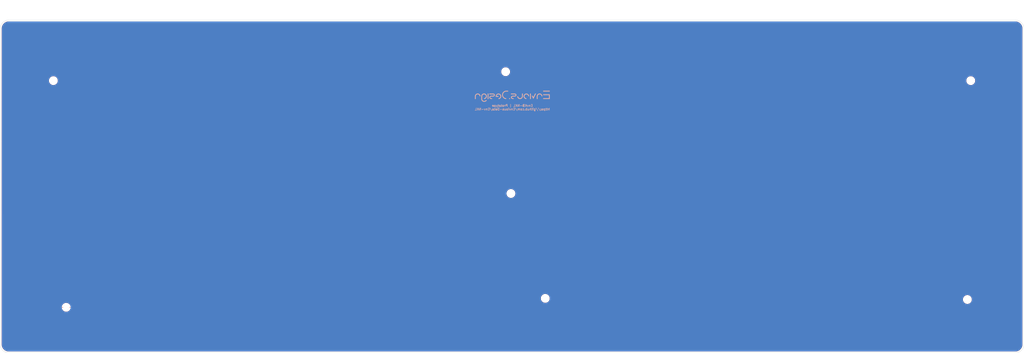
<source format=kicad_pcb>
(kicad_pcb (version 20240108) (generator "pcbnew") (generator_version "8.0")
  (layers (0 "F.Cu" signal) (31 "B.Cu" signal) (34 "B.Paste" user) (35 "F.Paste" user) (36 "B.SilkS" user "B.Silkscreen") (37 "F.SilkS" user "F.Silkscreen") (38 "B.Mask" user) (39 "F.Mask" user) (44 "Edge.Cuts" user))
  (net 0 "")
  (footprint "MountingHole:MountingHole_2.2mm_M2" (layer "F.Cu") (at 73.2 137.6)
    (property "Reference" "H2")
    (property "Value" "MountingHole")
    (pad "" np_thru_hole circle (at 0 0) (size 2.2 2.2) (drill 2.2) (layers "*.Cu" "*.Mask"))
  )
  (footprint "MountingHole:MountingHole_2.2mm_M2" (layer "F.Cu") (at 232.5 96.83)
    (property "Reference" "H5")
    (property "Value" "MountingHole")
    (pad "" np_thru_hole circle (at 0 0) (size 2.2 2.2) (drill 2.2) (layers "*.Cu" "*.Mask"))
  )
  (footprint "MountingHole:MountingHole_2.2mm_M2" (layer "F.Cu") (at 396 134.8)
    (property "Reference" "H6")
    (property "Value" "MountingHole")
    (pad "" np_thru_hole circle (at 0 0) (size 2.2 2.2) (drill 2.2) (layers "*.Cu" "*.Mask"))
  )
  (footprint "MountingHole:MountingHole_2.2mm_M2" (layer "F.Cu") (at 230.6 53.2)
    (property "Reference" "H7")
    (property "Value" "MountingHole")
    (pad "" np_thru_hole circle (at 0 0) (size 2.2 2.2) (drill 2.2) (layers "*.Cu" "*.Mask"))
  )
  (footprint "MountingHole:MountingHole_2.2mm_M2" (layer "F.Cu") (at 397.2 56.4)
    (property "Reference" "H1")
    (property "Value" "MountingHole")
    (pad "" np_thru_hole circle (at 0 0) (size 2.2 2.2) (drill 2.2) (layers "*.Cu" "*.Mask"))
  )
  (footprint "MountingHole:MountingHole_2.2mm_M2" (layer "F.Cu") (at 68.6 56.4)
    (property "Reference" "H4")
    (property "Value" "MountingHole")
    (pad "" np_thru_hole circle (at 0 0) (size 2.2 2.2) (drill 2.2) (layers "*.Cu" "*.Mask"))
  )
  (footprint "MountingHole:MountingHole_2.2mm_M2" (layer "F.Cu") (at 244.8 134.4)
    (property "Reference" "H3")
    (property "Value" "MountingHole")
    (pad "" np_thru_hole circle (at 0 0) (size 2.2 2.2) (drill 2.2) (layers "*.Cu" "*.Mask"))
  )
  (footprint "kibuzzard-62762412" (layer "B.Cu") (at 233 62 180)
    (property "Reference" "kibuzzard-62762412" (hide yes))
    (property "Value" "G***" (hide yes))
    (fp_poly (pts (xy 8.832453 -1.004094) (xy 8.534797 -1.004094) (xy 8.534797 0.980281) (xy 8.832453 0.980281) (xy 8.832453 -1.004094)) (fill solid) (layer "B.SilkS"))
    (fp_poly (pts (xy 0.803672 -0.678656) (xy 1.137047 -0.678656) (xy 1.137047 -1.000125) (xy 0.803672 -1.000125) (xy 0.803672 -0.678656)) (fill solid) (layer "B.SilkS"))
    (fp_poly (pts (xy -6.332141 -1.004094) (xy -6.629797 -1.004094) (xy -6.629797 0.980281) (xy -6.332141 0.980281) (xy -6.332141 -1.004094)) (fill solid) (layer "B.SilkS"))
    (fp_poly (pts (xy -11.031141 1.980406) (xy -11.031141 1.68275) (xy -13.408422 1.68275) (xy -13.408422 1.980406) (xy -11.031141 1.980406)) (fill solid) (layer "B.SilkS"))
    (fp_poly (pts (xy -7.272734 0.194469) (xy -6.931422 0.194469) (xy -7.514828 -0.968375) (xy -7.514828 -0.988219) (xy -8.483203 0.972344) (xy -8.153797 0.972344) (xy -7.514828 -0.329406) (xy -7.514828 -0.309563) (xy -7.272734 0.194469)) (fill solid) (layer "B.SilkS"))
    (fp_poly (pts (xy -11.031141 0.396875) (xy -13.114734 0.396875) (xy -13.114734 -0.6985) (xy -11.031141 -0.6985) (xy -11.031141 -0.992188) (xy -13.408422 -0.992188) (xy -13.408422 -0.896938) (xy -13.408422 0.396875) (xy -13.408422 0.690563) (xy -11.031141 0.690563) (xy -11.031141 0.396875)) (fill solid) (layer "B.SilkS"))
    (fp_poly (pts (xy 11.412141 -0.003969) (xy 11.431984 0.195957) (xy 11.491516 0.382984) (xy 11.584781 0.552648) (xy 11.705828 0.700484) (xy 11.852176 0.82302) (xy 12.021344 0.916781) (xy 12.208371 0.976313) (xy 12.408297 0.996156) (xy 12.608223 0.976313) (xy 12.79525 0.916781) (xy 12.964914 0.82302) (xy 13.11275 0.700484) (xy 13.235285 0.552648) (xy 13.329047 0.382984) (xy 13.388578 0.195957) (xy 13.408422 -0.003969) (xy 13.408422 -1.000125) (xy 13.106797 -1.000125) (xy 13.106797 -0.003969) (xy 13.053219 0.265906) (xy 12.904391 0.488156) (xy 12.682141 0.638969) (xy 12.408297 0.694531) (xy 12.134453 0.638969) (xy 11.912203 0.488156) (xy 11.763375 0.265906) (xy 11.709797 -0.003969) (xy 11.412141 -0.003969)) (fill solid) (layer "B.SilkS"))
    (fp_poly (pts (xy -10.757297 -0.003969) (xy -10.737453 0.195957) (xy -10.677922 0.382984) (xy -10.584656 0.552648) (xy -10.463609 0.700484) (xy -10.317262 0.82302) (xy -10.148094 0.916781) (xy -9.961066 0.976313) (xy -9.761141 0.996156) (xy -9.561215 0.976313) (xy -9.374188 0.916781) (xy -9.204523 0.82302) (xy -9.056688 0.700484) (xy -8.934152 0.552648) (xy -8.840391 0.382984) (xy -8.780859 0.195957) (xy -8.761016 -0.003969) (xy -8.761016 -1.000125) (xy -9.062641 -1.000125) (xy -9.062641 -0.003969) (xy -9.116219 0.265906) (xy -9.265047 0.488156) (xy -9.487297 0.638969) (xy -9.761141 0.694531) (xy -10.034984 0.638969) (xy -10.257234 0.488156) (xy -10.406063 0.265906) (xy -10.459641 -0.003969) (xy -10.757297 -0.003969)) (fill solid) (layer "B.SilkS"))
    (fp_poly (pts (xy -2.756297 -0.702469) (xy -2.488406 -0.646906) (xy -2.268141 -0.498078) (xy -2.117328 -0.277813) (xy -2.061766 -0.007938) (xy -2.061766 0) (xy -1.760141 0) (xy -1.760141 -0.007938) (xy -1.779984 -0.207863) (xy -1.839516 -0.394891) (xy -1.932781 -0.564059) (xy -2.053828 -0.710406) (xy -2.200672 -0.831453) (xy -2.371328 -0.924719) (xy -2.558852 -0.98425) (xy -2.756297 -1.004094) (xy -2.956223 -0.98425) (xy -3.14325 -0.924719) (xy -3.312418 -0.831453) (xy -3.458766 -0.710406) (xy -3.579813 -0.564059) (xy -3.673078 -0.394891) (xy -3.732609 -0.207863) (xy -3.752453 -0.007938) (xy -3.752453 0.988219) (xy -3.450828 0.988219) (xy -3.450828 -0.007938) (xy -3.39725 -0.277813) (xy -3.250406 -0.498078) (xy -3.030141 -0.646906) (xy -2.756297 -0.702469)) (fill solid) (layer "B.SilkS"))
    (fp_poly (pts (xy 1.490266 1.976438) (xy 2.276078 1.976438) (xy 2.501305 1.951137) (xy 2.740422 1.875234) (xy 2.976563 1.751211) (xy 3.192859 1.581547) (xy 3.381375 1.36773) (xy 3.534172 1.11125) (xy 3.635375 0.815578) (xy 3.669109 0.484188) (xy 3.638848 0.178098) (xy 3.548063 -0.105172) (xy 3.408164 -0.358676) (xy 3.230563 -0.575469) (xy 3.020715 -0.752574) (xy 2.784078 -0.887016) (xy 2.532063 -0.971848) (xy 2.276078 -1.000125) (xy 2.188766 -1.000125) (xy 2.188766 -0.702469) (xy 2.41548 -0.680641) (xy 2.63525 -0.615156) (xy 2.839145 -0.51048) (xy 3.018234 -0.371078) (xy 3.168055 -0.198438) (xy 3.284141 0.005953) (xy 3.358555 0.237629) (xy 3.383359 0.492125) (xy 3.362027 0.715367) (xy 3.298031 0.932656) (xy 3.19534 1.135063) (xy 3.057922 1.313656) (xy 2.88677 1.464469) (xy 2.682875 1.583531) (xy 2.449215 1.660922) (xy 2.188766 1.686719) (xy 1.490266 1.686719) (xy 1.490266 1.976438)) (fill solid) (layer "B.SilkS"))
    (fp_poly (pts (xy -5.034359 0.980281) (xy -4.83741 0.960934) (xy -4.651375 0.902891) (xy -4.482207 0.811113) (xy -4.335859 0.690563) (xy -4.215309 0.544215) (xy -4.123531 0.375047) (xy -4.065488 0.189012) (xy -4.046141 -0.007938) (xy -4.065488 -0.207863) (xy -4.123531 -0.394891) (xy -4.215309 -0.563563) (xy -4.335859 -0.708422) (xy -4.482207 -0.826988) (xy -4.651375 -0.916781) (xy -4.83741 -0.973336) (xy -5.034359 -0.992188) (xy -5.034359 -0.694531) (xy -4.764484 -0.640953) (xy -4.544219 -0.494109) (xy -4.397375 -0.275828) (xy -4.343797 -0.007938) (xy -4.397375 0.261938) (xy -4.544219 0.482203) (xy -4.764484 0.629047) (xy -5.034359 0.682625) (xy -5.30225 0.629047) (xy -5.520531 0.482203) (xy -5.667375 0.261938) (xy -5.720953 -0.007938) (xy -6.018609 -0.007938) (xy -5.999262 0.189012) (xy -5.941219 0.375047) (xy -5.849441 0.544215) (xy -5.728891 0.690563) (xy -5.583039 0.811113) (xy -5.415359 0.902891) (xy -5.230813 0.960934) (xy -5.034359 0.980281)) (fill solid) (layer "B.SilkS"))
    (fp_poly (pts (xy 6.538516 0.4445) (xy 6.655594 0.250031) (xy 6.939359 0.194469) (xy 7.237016 0.194469) (xy 7.411641 0.1905) (xy 7.625953 0.168672) (xy 7.846219 0.115094) (xy 8.042672 0.011906) (xy 8.183563 -0.156766) (xy 8.237141 -0.404813) (xy 8.183563 -0.646906) (xy 8.044656 -0.811609) (xy 7.852172 -0.914797) (xy 7.633891 -0.970359) (xy 7.421563 -0.992188) (xy 7.248922 -0.996156) (xy 7.248922 -0.706438) (xy 7.427516 -0.710406) (xy 7.655719 -0.690563) (xy 7.852172 -0.60325) (xy 7.935516 -0.404813) (xy 7.887891 -0.246063) (xy 7.766844 -0.154781) (xy 7.608094 -0.115094) (xy 7.447359 -0.107156) (xy 6.939359 -0.107156) (xy 6.657578 -0.067469) (xy 6.439297 0.045641) (xy 6.298406 0.22225) (xy 6.248797 0.452438) (xy 6.324203 0.710406) (xy 6.518672 0.875109) (xy 6.782594 0.964406) (xy 7.066359 0.992188) (xy 8.237141 0.992188) (xy 8.237141 0.690563) (xy 6.939359 0.682625) (xy 6.836172 0.668734) (xy 6.703219 0.635) (xy 6.588125 0.565547) (xy 6.538516 0.4445)) (fill solid) (layer "B.SilkS"))
    (fp_poly (pts (xy -1.192609 0.4445) (xy -1.075531 0.250031) (xy -0.791766 0.194469) (xy -0.494109 0.194469) (xy -0.319484 0.1905) (xy -0.105172 0.168672) (xy 0.115094 0.115094) (xy 0.311547 0.011906) (xy 0.452438 -0.156766) (xy 0.506016 -0.404813) (xy 0.452438 -0.646906) (xy 0.313531 -0.811609) (xy 0.121047 -0.914797) (xy -0.097234 -0.970359) (xy -0.309563 -0.992188) (xy -0.482203 -0.996156) (xy -0.482203 -0.706438) (xy -0.303609 -0.710406) (xy -0.075406 -0.690563) (xy 0.121047 -0.60325) (xy 0.204391 -0.404813) (xy 0.156766 -0.246063) (xy 0.035719 -0.154781) (xy -0.123031 -0.115094) (xy -0.283766 -0.107156) (xy -0.791766 -0.107156) (xy -1.073547 -0.067469) (xy -1.291828 0.045641) (xy -1.432719 0.22225) (xy -1.482328 0.452438) (xy -1.406922 0.710406) (xy -1.212453 0.875109) (xy -0.948531 0.964406) (xy -0.664766 0.992188) (xy 0.506016 0.992188) (xy 0.506016 0.690563) (xy -0.791766 0.682625) (xy -0.894953 0.668734) (xy -1.027906 0.635) (xy -1.143 0.565547) (xy -1.192609 0.4445)) (fill solid) (layer "B.SilkS"))
    (fp_poly (pts (xy 4.962922 -1.008063) (xy 4.762996 -0.988715) (xy 4.575969 -0.930672) (xy 4.406801 -0.838895) (xy 4.260453 -0.718344) (xy 4.139902 -0.571996) (xy 4.048125 -0.402828) (xy 3.990082 -0.215801) (xy 3.970734 -0.015875) (xy 3.990082 0.181074) (xy 4.048125 0.367109) (xy 4.139902 0.536277) (xy 4.260453 0.682625) (xy 4.406801 0.803672) (xy 4.575969 0.896938) (xy 4.762996 0.956469) (xy 4.962922 0.976313) (xy 5.159871 0.956469) (xy 5.345906 0.896938) (xy 5.515074 0.803672) (xy 5.661422 0.682625) (xy 5.782469 0.536277) (xy 5.875734 0.367109) (xy 5.935266 0.181074) (xy 5.955109 -0.015875) (xy 5.955109 -0.206375) (xy 4.962922 -0.206375) (xy 4.962922 0.091281) (xy 5.657453 0.091281) (xy 5.603875 0.3175) (xy 5.455047 0.504031) (xy 5.232797 0.631031) (xy 4.962922 0.678656) (xy 4.689078 0.625078) (xy 4.468813 0.47625) (xy 4.321969 0.254) (xy 4.268391 -0.015875) (xy 4.321969 -0.289719) (xy 4.468813 -0.509984) (xy 4.689078 -0.656828) (xy 4.962922 -0.710406) (xy 4.962922 -1.008063)) (fill solid) (layer "B.SilkS"))
    (fp_poly (pts (xy 11.118453 -0.992188) (xy 11.099105 -1.189137) (xy 11.041063 -1.375172) (xy 10.949285 -1.54434) (xy 10.828734 -1.690688) (xy 10.682387 -1.811238) (xy 10.513219 -1.903016) (xy 10.326191 -1.961059) (xy 10.126266 -1.980406) (xy 9.930805 -1.969492) (xy 9.749234 -1.93675) (xy 9.58602 -1.884164) (xy 9.445625 -1.813719) (xy 9.235281 -1.625203) (xy 9.138047 -1.385094) (xy 9.495234 -1.385094) (xy 9.558734 -1.504156) (xy 9.669859 -1.601391) (xy 9.850438 -1.664891) (xy 10.126266 -1.68275) (xy 10.400109 -1.629172) (xy 10.620375 -1.482328) (xy 10.767219 -1.262063) (xy 10.820797 -0.992188) (xy 10.820797 0) (xy 10.767219 0.269875) (xy 10.620375 0.492125) (xy 10.400109 0.640953) (xy 10.126266 0.694531) (xy 9.862344 0.640953) (xy 9.642078 0.492125) (xy 9.491266 0.269875) (xy 9.435703 0) (xy 9.491266 -0.269875) (xy 9.642078 -0.492125) (xy 9.862344 -0.640953) (xy 10.126266 -0.694531) (xy 10.126266 -0.992188) (xy 9.929316 -0.97284) (xy 9.743281 -0.914797) (xy 9.574113 -0.823516) (xy 9.427766 -0.704453) (xy 9.307215 -0.559594) (xy 9.215438 -0.390922) (xy 9.157395 -0.202902) (xy 9.138047 0) (xy 9.157395 0.196949) (xy 9.215438 0.382984) (xy 9.307215 0.552152) (xy 9.427766 0.6985) (xy 9.574113 0.819051) (xy 9.743281 0.910828) (xy 9.929316 0.968871) (xy 10.126266 0.988219) (xy 10.326191 0.968871) (xy 10.513219 0.910828) (xy 10.682387 0.819051) (xy 10.828734 0.6985) (xy 10.949285 0.552152) (xy 11.041063 0.382984) (xy 11.099105 0.196949) (xy 11.118453 0) (xy 11.118453 -0.992188)) (fill solid) (layer "B.SilkS"))
  )
  (footprint "kibuzzard-63E6CA02" (layer "B.Cu") (at 233 77.8 180)
    (property "Reference" "kibuzzard-63E6CA02" (hide yes))
    (property "Value" "G***" (hide yes))
  )
  (gr_line (start 71.35 137.6) (end 76.9 137.6) (stroke (width 0.1)) (layer "F.Cu"))
  (gr_line (start 52.62132 34.72132) (end 413.2 34.72132) (stroke (width 0.1)) (layer "Edge.Cuts"))
  (gr_arc (start 413.2 34.72132) (mid 415.32132 35.6) (end 416.2 37.72132) (stroke (width 0.1)) (layer "Edge.Cuts"))
  (gr_line (start 49.62132 37.72132) (end 49.6 150.9) (stroke (width 0.1)) (layer "Edge.Cuts"))
  (gr_line (start 52.6 153.9) (end 413.2 153.9) (stroke (width 0.1)) (layer "Edge.Cuts"))
  (gr_arc (start 416.2 150.9) (mid 415.32132 153.02132) (end 413.2 153.9) (stroke (width 0.1)) (layer "Edge.Cuts"))
  (gr_arc (start 49.62132 37.72132) (mid 50.5 35.6) (end 52.62132 34.72132) (stroke (width 0.1)) (layer "Edge.Cuts"))
  (gr_line (start 416.2 150.9) (end 416.2 37.72132) (stroke (width 0.1)) (layer "Edge.Cuts"))
  (gr_arc (start 52.6 153.9) (mid 50.47868 153.02132) (end 49.6 150.9) (stroke (width 0.1)) (layer "Edge.Cuts"))
  (gr_text "EnvKB-NKL | Prototype\nhttps://github.com/Envious-Data/Env-NKL" (at 233 66 0) (layer "B.SilkS") (effects (font (size 0.8 0.8)) (justify mirror)))
  (zone (net 0) (net_name "") (layers "F&B.Cu") (connect_pads yes (clearance 0.5)) (min_thickness 0.5) (fill yes (thermal_gap 0.5) (thermal_bridge_width 0.5))
    (polygon (pts (xy 416.23 153.97) (xy 49.53 153.97) (xy 49.53 34.94) (xy 416.23 34.94)))
  )
)
</source>
